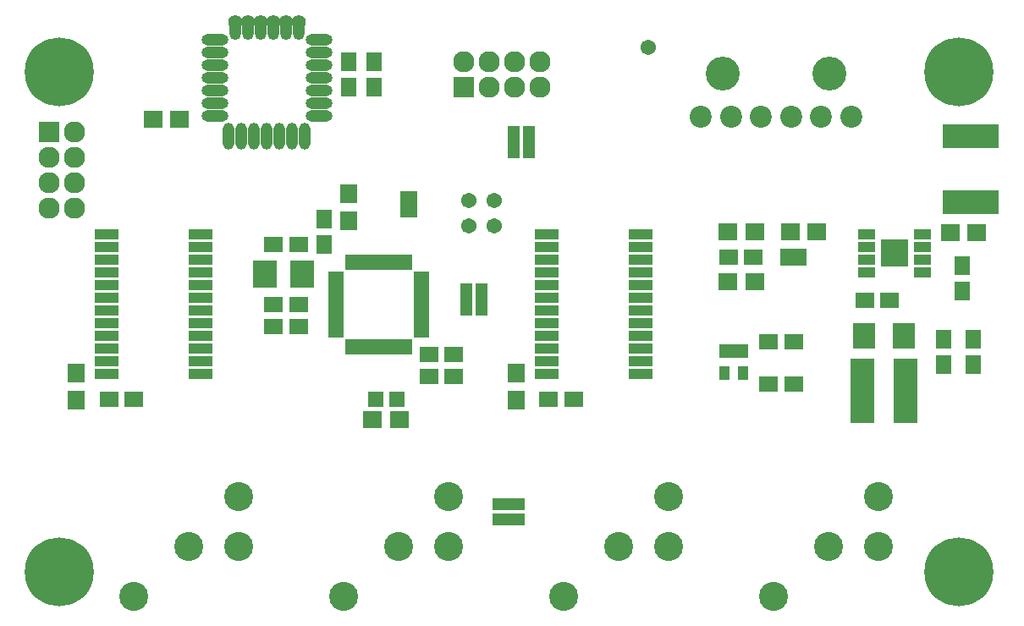
<source format=gbr>
G04 #@! TF.FileFunction,Soldermask,Top*
%FSLAX46Y46*%
G04 Gerber Fmt 4.6, Leading zero omitted, Abs format (unit mm)*
G04 Created by KiCad (PCBNEW (2015-08-16 BZR 6096, Git c63f6aa)-product) date Sun 16 Aug 2015 06:36:37 PM PDT*
%MOMM*%
G01*
G04 APERTURE LIST*
%ADD10C,0.100000*%
%ADD11R,2.400000X1.000000*%
%ADD12R,2.200860X2.599640*%
%ADD13R,1.598880X1.598880*%
%ADD14R,5.700000X2.400000*%
%ADD15R,1.365200X1.670000*%
%ADD16R,2.400000X6.400000*%
%ADD17C,6.900000*%
%ADD18C,1.543000*%
%ADD19R,2.127200X2.127200*%
%ADD20O,2.127200X2.127200*%
%ADD21R,1.162000X0.831800*%
%ADD22R,0.831800X1.162000*%
%ADD23C,2.900000*%
%ADD24R,1.050000X1.460000*%
%ADD25R,1.670000X1.035000*%
%ADD26R,2.690000X2.690000*%
%ADD27C,1.400000*%
%ADD28R,1.600000X1.000000*%
%ADD29R,1.000000X1.600000*%
%ADD30R,1.700000X1.900000*%
%ADD31R,1.900000X1.700000*%
%ADD32R,1.900000X1.650000*%
%ADD33R,1.650000X1.900000*%
%ADD34R,2.400000X2.800000*%
%ADD35C,3.400000*%
%ADD36C,2.200000*%
%ADD37R,1.670000X1.365200*%
%ADD38O,1.162000X2.432000*%
%ADD39O,1.162000X2.686000*%
%ADD40O,2.686000X1.162000*%
G04 APERTURE END LIST*
D10*
D11*
X119200000Y-89235000D03*
X119200000Y-87965000D03*
X119200000Y-86695000D03*
X119200000Y-85425000D03*
X119200000Y-84155000D03*
X119200000Y-82885000D03*
X119200000Y-81615000D03*
X119200000Y-80345000D03*
X119200000Y-79075000D03*
X119200000Y-77805000D03*
X119200000Y-76535000D03*
X119200000Y-75265000D03*
X109800000Y-75265000D03*
X109800000Y-76535000D03*
X109800000Y-77805000D03*
X109800000Y-79075000D03*
X109800000Y-80345000D03*
X109800000Y-81615000D03*
X109800000Y-82885000D03*
X109800000Y-84155000D03*
X109800000Y-85425000D03*
X109800000Y-86695000D03*
X109800000Y-87965000D03*
X109800000Y-89235000D03*
D12*
X189556600Y-85375000D03*
X185543400Y-85375000D03*
D13*
X138799020Y-91750000D03*
X136700980Y-91750000D03*
D14*
X196250000Y-65450000D03*
X196250000Y-72050000D03*
D15*
X179135000Y-77500000D03*
X177865000Y-77500000D03*
D16*
X185400000Y-90875000D03*
X189700000Y-90875000D03*
D17*
X105000000Y-59000000D03*
X195000000Y-59000000D03*
X105000000Y-109000000D03*
X195000000Y-109000000D03*
D18*
X164000000Y-56500000D03*
X146034000Y-74398000D03*
X148574000Y-74398000D03*
X146034000Y-71858000D03*
X148574000Y-71858000D03*
D19*
X145500000Y-60500000D03*
D20*
X145500000Y-57960000D03*
X148040000Y-60500000D03*
X148040000Y-57960000D03*
X150580000Y-60500000D03*
X150580000Y-57960000D03*
X153120000Y-60500000D03*
X153120000Y-57960000D03*
D19*
X104000000Y-65000000D03*
D20*
X106540000Y-65000000D03*
X104000000Y-67540000D03*
X106540000Y-67540000D03*
X104000000Y-70080000D03*
X106540000Y-70080000D03*
X104000000Y-72620000D03*
X106540000Y-72620000D03*
D21*
X145738000Y-81351220D03*
X147262000Y-81351220D03*
X145738000Y-82148780D03*
X147262000Y-82148780D03*
X145738000Y-80551120D03*
X145738000Y-82948880D03*
X147262000Y-82948880D03*
X147262000Y-80551120D03*
D22*
X149601220Y-103762000D03*
X149601220Y-102238000D03*
X150398780Y-103762000D03*
X150398780Y-102238000D03*
X148801120Y-103762000D03*
X151198880Y-103762000D03*
X151198880Y-102238000D03*
X148801120Y-102238000D03*
D21*
X150488000Y-65601220D03*
X152012000Y-65601220D03*
X150488000Y-66398780D03*
X152012000Y-66398780D03*
X150488000Y-64801120D03*
X150488000Y-67198880D03*
X152012000Y-67198880D03*
X152012000Y-64801120D03*
D23*
X123000000Y-101500000D03*
X112500000Y-111500000D03*
X123000000Y-106500000D03*
X118000000Y-106500000D03*
X144000000Y-101500000D03*
X133500000Y-111500000D03*
X144000000Y-106500000D03*
X139000000Y-106500000D03*
X166000000Y-101500000D03*
X155500000Y-111500000D03*
X166000000Y-106500000D03*
X161000000Y-106500000D03*
X187000000Y-101500000D03*
X176500000Y-111500000D03*
X187000000Y-106500000D03*
X182000000Y-106500000D03*
D24*
X173450000Y-86900000D03*
X172500000Y-86900000D03*
X171550000Y-86900000D03*
X171550000Y-89100000D03*
X173450000Y-89100000D03*
D25*
X191419000Y-79030000D03*
X191419000Y-77760000D03*
X191419000Y-76490000D03*
X191419000Y-75220000D03*
X185831000Y-75220000D03*
X185831000Y-76490000D03*
X185831000Y-77760000D03*
X185831000Y-79030000D03*
D26*
X188625000Y-77125000D03*
D27*
X188075000Y-77675000D03*
X188075000Y-76575000D03*
X189175000Y-76575000D03*
X189175000Y-77675000D03*
D28*
X132750000Y-79450000D03*
X132750000Y-80250000D03*
X132750000Y-81050000D03*
X132750000Y-81850000D03*
X132750000Y-82650000D03*
X132750000Y-83450000D03*
X132750000Y-84250000D03*
X132750000Y-85050000D03*
D29*
X134200000Y-86500000D03*
X135000000Y-86500000D03*
X135800000Y-86500000D03*
X136600000Y-86500000D03*
X137400000Y-86500000D03*
X138200000Y-86500000D03*
X139000000Y-86500000D03*
X139800000Y-86500000D03*
D28*
X141250000Y-85050000D03*
X141250000Y-84250000D03*
X141250000Y-83450000D03*
X141250000Y-82650000D03*
X141250000Y-81850000D03*
X141250000Y-81050000D03*
X141250000Y-80250000D03*
X141250000Y-79450000D03*
D29*
X139800000Y-78000000D03*
X139000000Y-78000000D03*
X138200000Y-78000000D03*
X137400000Y-78000000D03*
X136600000Y-78000000D03*
X135800000Y-78000000D03*
X135000000Y-78000000D03*
X134200000Y-78000000D03*
D30*
X106750000Y-89150000D03*
X106750000Y-91850000D03*
X150750000Y-89150000D03*
X150750000Y-91850000D03*
D31*
X136400000Y-93750000D03*
X139100000Y-93750000D03*
X171900000Y-80000000D03*
X174600000Y-80000000D03*
X174600000Y-75000000D03*
X171900000Y-75000000D03*
X180850000Y-75000000D03*
X178150000Y-75000000D03*
X194150000Y-75050000D03*
X196850000Y-75050000D03*
D30*
X134000000Y-73850000D03*
X134000000Y-71150000D03*
D32*
X112500000Y-91750000D03*
X110000000Y-91750000D03*
X156500000Y-91750000D03*
X154000000Y-91750000D03*
X174500000Y-77500000D03*
X172000000Y-77500000D03*
X142000000Y-87250000D03*
X144500000Y-87250000D03*
X142000000Y-89500000D03*
X144500000Y-89500000D03*
X126500000Y-84500000D03*
X129000000Y-84500000D03*
X126500000Y-82250000D03*
X129000000Y-82250000D03*
X126500000Y-76250000D03*
X129000000Y-76250000D03*
D33*
X195375000Y-80875000D03*
X195375000Y-78375000D03*
X131500000Y-73750000D03*
X131500000Y-76250000D03*
D32*
X176000000Y-90250000D03*
X178500000Y-90250000D03*
X176000000Y-86000000D03*
X178500000Y-86000000D03*
D33*
X196500000Y-88250000D03*
X196500000Y-85750000D03*
X193500000Y-88250000D03*
X193500000Y-85750000D03*
D32*
X185625000Y-81875000D03*
X188125000Y-81875000D03*
D34*
X125650000Y-79250000D03*
X129350000Y-79250000D03*
D35*
X182100000Y-59180000D03*
D36*
X184250000Y-63500000D03*
X181250000Y-63500000D03*
X178250000Y-63500000D03*
X175250000Y-63500000D03*
X172250000Y-63500000D03*
X169250000Y-63500000D03*
D35*
X171400000Y-59180000D03*
D33*
X134000000Y-58000000D03*
X134000000Y-60500000D03*
X136500000Y-58000000D03*
X136500000Y-60500000D03*
D37*
X140000000Y-72885000D03*
X140000000Y-71615000D03*
D31*
X114400000Y-63750000D03*
X117100000Y-63750000D03*
D38*
X128975000Y-54616000D03*
D39*
X121990000Y-65411000D03*
X123260000Y-65411000D03*
X124530000Y-65411000D03*
X125800000Y-65411000D03*
X127070000Y-65411000D03*
X128340000Y-65411000D03*
X129610000Y-65411000D03*
D40*
X120593000Y-55759000D03*
X120593000Y-57029000D03*
X120593000Y-58299000D03*
X120593000Y-59569000D03*
X120593000Y-60839000D03*
X120593000Y-62109000D03*
X120593000Y-63379000D03*
X131007000Y-55759000D03*
X131007000Y-57029000D03*
X131007000Y-58299000D03*
X131007000Y-59569000D03*
X131007000Y-60839000D03*
X131007000Y-62109000D03*
X131007000Y-63379000D03*
D38*
X127705000Y-54616000D03*
X126435000Y-54616000D03*
X125165000Y-54616000D03*
X123895000Y-54616000D03*
X122625000Y-54616000D03*
D27*
X128975000Y-53981000D03*
X127705000Y-53981000D03*
X126435000Y-53981000D03*
X125165000Y-53981000D03*
X123895000Y-53981000D03*
X122625000Y-53981000D03*
D11*
X163200000Y-89235000D03*
X163200000Y-87965000D03*
X163200000Y-86695000D03*
X163200000Y-85425000D03*
X163200000Y-84155000D03*
X163200000Y-82885000D03*
X163200000Y-81615000D03*
X163200000Y-80345000D03*
X163200000Y-79075000D03*
X163200000Y-77805000D03*
X163200000Y-76535000D03*
X163200000Y-75265000D03*
X153800000Y-75265000D03*
X153800000Y-76535000D03*
X153800000Y-77805000D03*
X153800000Y-79075000D03*
X153800000Y-80345000D03*
X153800000Y-81615000D03*
X153800000Y-82885000D03*
X153800000Y-84155000D03*
X153800000Y-85425000D03*
X153800000Y-86695000D03*
X153800000Y-87965000D03*
X153800000Y-89235000D03*
M02*

</source>
